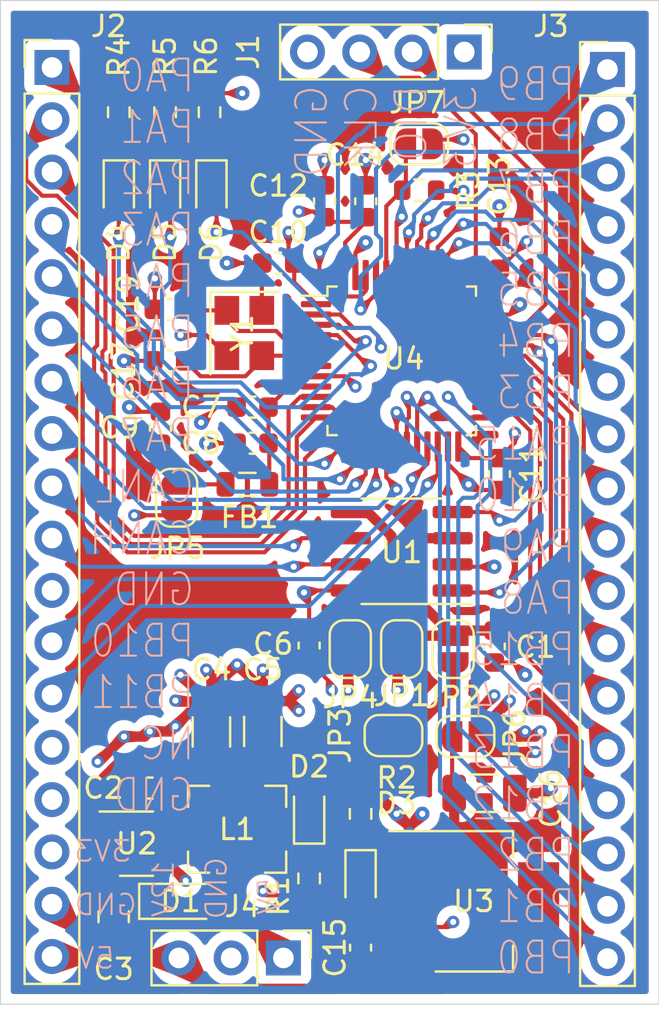
<source format=kicad_pcb>
(kicad_pcb (version 20221018) (generator pcbnew)
  (layers (0 "F.Cu" signal) (1 "In1.Cu" power "GND") (2 "In2.Cu" power "PWR") (31 "B.Cu" signal) (34 "B.Paste" user) (35 "F.Paste" user) (36 "B.SilkS" user "B.Silkscreen") (37 "F.SilkS" user "F.Silkscreen") (38 "B.Mask" user) (39 "F.Mask" user) (44 "Edge.Cuts" user))
  (net 0 "")
  (net 1 "GND")
  (net 2 "+3.3V")
  (net 3 "+3.3VA")
  (net 4 "/Vin_D")
  (net 5 "+5V")
  (net 6 "OSC_OUT")
  (net 7 "OSC_IN")
  (net 8 "/LED5v")
  (net 9 "+12V")
  (net 10 "/LED3v3")
  (net 11 "Net-(D5-K)")
  (net 12 "LED3")
  (net 13 "Net-(D6-K)")
  (net 14 "LED2")
  (net 15 "LED1")
  (net 16 "SWDIO")
  (net 17 "SWCLK")
  (net 18 "PA0")
  (net 19 "PA1")
  (net 20 "PA2")
  (net 21 "PA3")
  (net 22 "PA4")
  (net 23 "PA5")
  (net 24 "PA6")
  (net 25 "PA7")
  (net 26 "PB0")
  (net 27 "PB1")
  (net 28 "PB2")
  (net 29 "PB10")
  (net 30 "PB11")
  (net 31 "PB12")
  (net 32 "PB6")
  (net 33 "PB7")
  (net 34 "PB3")
  (net 35 "PB4")
  (net 36 "PB5")
  (net 37 "PA15")
  (net 38 "PA10")
  (net 39 "PA9")
  (net 40 "PA8")
  (net 41 "PB15")
  (net 42 "PB14")
  (net 43 "PB13")
  (net 44 "CANH")
  (net 45 "CANL")
  (net 46 "BOOT0")
  (net 47 "CAN_TX")
  (net 48 "CAN_RX")
  (net 49 "/bst")
  (net 50 "/sw_node")
  (net 51 "Net-(D2-A)")
  (net 52 "Net-(JP5-A)")
  (net 53 "Net-(D4-K)")
  (net 54 "Net-(JP4-B)")
  (net 57 "/3.3BC")
  (net 58 "PB9")
  (net 59 "PB8")
  (net 60 "Net-(#FLG01-pwr)")
  (footprint "Diode_SMD:D_0603_1608Metric" (layer "F.Cu") (at 95.25 32.75 -90)
    (fp_text reference "D4")
    (fp_text value "LED")
  )
  (footprint "Capacitor_SMD:C_1206_3216Metric" (layer "F.Cu") (at 113.025 62)
    (fp_text reference "C16")
    (fp_text value "22uF")
  )
  (footprint "Capacitor_SMD:C_0603_1608Metric" (layer "F.Cu") (at 113.75 46.5 -90)
    (fp_text reference "C11")
    (fp_text value "100nF")
  )
  (footprint "Capacitor_SMD:C_0603_1608Metric" (layer "F.Cu") (at 96.75 61.75)
    (fp_text reference "C2")
    (fp_text value "100nF")
  )
  (footprint "Jumper:SolderJumper-2_P1.3mm_Open_RoundedPad1.0x1.5mm" (layer "F.Cu") (at 108.6 59.2)
    (fp_text reference "JP3")
    (fp_text value "+5vS")
  )
  (footprint "Connector_PinHeader_2.54mm:PinHeader_1x18_P2.54mm_Vertical" (layer "F.Cu") (at 92 26.75)
    (fp_text reference "J2")
    (fp_text value "IO1")
  )
  (footprint "Capacitor_SMD:C_0603_1608Metric" (layer "F.Cu") (at 97.275 44.25 90)
    (fp_text reference "C9")
    (fp_text value "4.7uF")
  )
  (footprint "Jumper:SolderJumper-2_P1.3mm_Open_RoundedPad1.0x1.5mm" (layer "F.Cu") (at 106.5 55 90)
    (fp_text reference "JP4")
    (fp_text value "Enable if VIO")
  )
  (footprint "Capacitor_SMD:C_0805_2012Metric" (layer "F.Cu") (at 95 68 -90)
    (fp_text reference "C3")
    (fp_text value "10uF")
  )
  (footprint "Inductor_SMD:L_Bourns-SRN4018" (layer "F.Cu") (at 101 63.75)
    (fp_text reference "L1")
    (fp_text value "4.7u")
  )
  (footprint "Capacitor_SMD:C_0603_1608Metric" (layer "F.Cu") (at 105.25 33.25 90)
    (fp_text reference "C12")
    (fp_text value "4.7uF")
  )
  (footprint "Jumper:SolderJumper-2_P1.3mm_Open_RoundedPad1.0x1.5mm" (layer "F.Cu") (at 111.5 55 90)
    (fp_text reference "JP2")
    (fp_text value "5V")
  )
  (footprint "Resistor_SMD:R_0603_1608Metric" (layer "F.Cu") (at 109.85 32.7125)
    (fp_text reference "R3")
    (fp_text value "10k")
  )
  (footprint "Resistor_SMD:R_0603_1608Metric" (layer "F.Cu") (at 97.5 28.925 90)
    (fp_text reference "R5")
    (fp_text value "220")
  )
  (footprint "Capacitor_SMD:C_0603_1608Metric" (layer "F.Cu") (at 104.5 54.825 90)
    (fp_text reference "C6")
    (fp_text value "100nF")
  )
  (footprint "Connector_PinHeader_2.54mm:PinHeader_1x03_P2.54mm_Vertical" (layer "F.Cu") (at 103.25 70 -90)
    (fp_text reference "J4")
    (fp_text value "PWR")
  )
  (footprint "Jumper:SolderJumper-2_P1.3mm_Bridged_RoundedPad1.0x1.5mm" (layer "F.Cu") (at 109 55 90)
    (fp_text reference "JP1")
    (fp_text value "3.3V")
  )
  (footprint "Resistor_SMD:R_0603_1608Metric" (layer "F.Cu") (at 95.25 28.925 90)
    (fp_text reference "R4")
    (fp_text value "220")
  )
  (footprint "Jumper:SolderJumper-2_P1.3mm_Open_RoundedPad1.0x1.5mm" (layer "F.Cu") (at 109.85 30.4625)
    (fp_text reference "JP7")
    (fp_text value "BOOT")
  )
  (footprint "Diode_SMD:D_0603_1608Metric" (layer "F.Cu") (at 107 66.25 -90)
    (fp_text reference "D3")
    (fp_text value "LED")
  )
  (footprint "Capacitor_SMD:C_1206_3216Metric" (layer "F.Cu") (at 102.25 59 90)
    (fp_text reference "C5")
    (fp_text value "22uF")
  )
  (footprint "Package_TO_SOT_SMD:TSOT-23-6" (layer "F.Cu") (at 96.1125 64.45)
    (fp_text reference "U2")
    (fp_text value "AP63205WU")
  )
  (footprint "Diode_SMD:D_SOD-323_HandSoldering" (layer "F.Cu") (at 98.25 67.25)
    (fp_text reference "D1")
    (fp_text value "1N5819")
  )
  (footprint "Package_QFP:LQFP-48_7x7mm_P0.5mm" (layer "F.Cu") (at 109 41)
    (fp_text reference "U4")
    (fp_text value "STM32F103C8Tx")
  )
  (footprint "Inductor_SMD:L_0805_2012Metric" (layer "F.Cu") (at 101.5 47)
    (fp_text reference "FB1")
    (fp_text value "100R")
  )
  (footprint "Capacitor_SMD:C_0603_1608Metric" (layer "F.Cu") (at 101.75 43.25 180)
    (fp_text reference "C7")
    (fp_text value "100nF")
  )
  (footprint "Diode_SMD:D_0603_1608Metric" (layer "F.Cu") (at 104.5 62.9625 90)
    (fp_text reference "D2")
    (fp_text value "LED")
  )
  (footprint "Capacitor_SMD:C_0603_1608Metric" (layer "F.Cu") (at 113.75 35.75 90)
    (fp_text reference "C13")
    (fp_text value "100nF")
  )
  (footprint "Jumper:SolderJumper-2_P1.3mm_Open_RoundedPad1.0x1.5mm" (layer "F.Cu") (at 112.1 59.25)
    (fp_text reference "JP6")
    (fp_text value "+3.3vS")
  )
  (footprint "Resistor_SMD:R_0603_1608Metric" (layer "F.Cu") (at 99.66 28.925 90)
    (fp_text reference "R6")
    (fp_text value "220")
  )
  (footprint "Jumper:SolderJumper-2_P1.3mm_Open_RoundedPad1.0x1.5mm" (layer "F.Cu") (at 98.0625 47.65 -90)
    (fp_text reference "JP5")
    (fp_text value "+3.3A")
  )
  (footprint "Diode_SMD:D_0603_1608Metric" (layer "F.Cu") (at 97.5 32.75 -90)
    (fp_text reference "D5")
    (fp_text value "LED")
  )
  (footprint "Package_TO_SOT_SMD:SOT-223-3_TabPin2" (layer "F.Cu") (at 112.5 67.25)
    (fp_text reference "U3")
    (fp_text value "AMS1117-3.3")
  )
  (footprint "Capacitor_SMD:C_0603_1608Metric" (layer "F.Cu") (at 113.5 54.875 -90)
    (fp_text reference "C1")
    (fp_text value "100nF")
  )
  (footprint "Capacitor_SMD:C_1206_3216Metric" (layer "F.Cu") (at 99.75 59.025 90)
    (fp_text reference "C4")
    (fp_text value "22uF")
  )
  (footprint "Capacitor_SMD:C_0603_1608Metric" (layer "F.Cu") (at 107 69.5 90)
    (fp_text reference "C15")
    (fp_text value "10uF")
  )
  (footprint "Capacitor_SMD:C_0603_1608Metric" (layer "F.Cu") (at 97.7 41 180)
    (fp_text reference "C17")
    (fp_text value "10pF")
  )
  (footprint "Resistor_SMD:R_0603_1608Metric" (layer "F.Cu") (at 104.5 66.1375 90)
    (fp_text reference "R1")
    (fp_text value "220")
  )
  (footprint "Package_SO:SOIC-8_3.9x4.9mm_P1.27mm" (layer "F.Cu") (at 109 50.25 180)
    (fp_text reference "U1")
    (fp_text value "SN65HVD230")
  )
  (footprint "Capacitor_SMD:C_0603_1608Metric" (layer "F.Cu") (at 101.75 45 180)
    (fp_text reference "C8")
    (fp_text value "4.7uF")
  )
  (footprint "Connector_PinHeader_2.54mm:PinHeader_1x18_P2.54mm_Vertical" (layer "F.Cu") (at 119 26.85)
    (fp_text reference "J3")
    (fp_text value "I02")
  )
  (footprint "Capacitor_SMD:C_0603_1608Metric" (layer "F.Cu") (at 97.725 38.5 180)
    (fp_text reference "C19")
    (fp_text value "10pF")
  )
  (footprint "Resistor_SMD:R_0603_1608Metric" (layer "F.Cu") (at 107 63 90)
    (fp_text reference "R2")
    (fp_text value "220")
  )
  (footprint "Capacitor_SMD:C_0603_1608Metric" (layer "F.Cu") (at 103 36.25 180)
    (fp_text reference "C10")
    (fp_text value "100nF")
  )
  (footprint "Diode_SMD:D_0603_1608Metric" (layer "F.Cu") (at 99.75 32.75 -90)
    (fp_text reference "D6")
    (fp_text value "LED")
  )
  (footprint "Crystal:Crystal_SMD_3225-4Pin_3.2x2.5mm" (layer "F.Cu") (at 101.35 39.65 -90)
    (fp_text reference "Y1")
    (fp_text value "16MHz")
  )
  (footprint "Capacitor_SMD:C_0603_1608Metric" (layer "F.Cu") (at 107.25 33.25 90)
    (fp_text reference "C14")
    (fp_text value "100nF")
  )
  (footprint "Connector_PinHeader_2.54mm:PinHeader_1x04_P2.54mm_Vertical" (layer "F.Cu") (at 112.04 26 -90)
    (fp_text reference "J1")
    (fp_text value "SWD")
  )
  (gr_rect (start 89.5 23.5) (end 121.5 72.25) (stroke (width 0.05)) (fill none) (layer "Edge.Cuts"))
  (gr_text "5V" (at 95.1 70.6) (layer "B.SilkS") (effects (font (size 1 1) (thickness 0.1)) (justify left bottom mirror)))
  (gr_text "GND\n" (at 100.584 65.024 90) (layer "B.SilkS") (effects (font (size 1 1) (thickness 0.1)) (justify left bottom mirror)))
  (gr_text "3V3" (at 95.9 65.4) (layer "B.SilkS") (effects (font (size 1 1) (thickness 0.1)) (justify left bottom mirror)))
  (gr_text "GND\n" (at 96.2 68) (layer "B.SilkS") (effects (font (size 1 1) (thickness 0.1)) (justify left bottom mirror)))
  (gr_text "PB9\nPB8\nPB7\nPB6\nPB5\nPB4\nPB3\nPA15\nPA10\nPA9\nPA8\nPB15\nPB14\nPB13\nPB12\nPB2\nPB1\nPB0" (at 117.5 70.9) (layer "B.SilkS") (effects (font (size 1.55 1.3) (thickness 0.1)) (justify left bottom mirror)))
  (gr_text "GND\nCLK\nDIO\n3V3" (at 112.75 27.5 90) (layer "B.SilkS") (effects (font (size 1.5 1.5) (thickness 0.1)) (justify left bottom mirror)))
  (gr_text "5V" (at 103.124 66.04 90) (layer "B.SilkS") (effects (font (size 1 1) (thickness 0.1)) (justify left bottom mirror)))
  (gr_text "PA0\nPA1\nPA2\nPA3\nPA4\nPA5\nPA6\nPA7\nCANL\nCANH\nGND\nPB10\nPB11\nNC\nGND\n" (at 99 63) (layer "B.SilkS") (effects (font (size 1.55 1.3) (thickness 0.1)) (justify left bottom mirror)))
  (gr_text "12V" (at 98 65.2 90) (layer "B.SilkS") (effects (font (size 1 1) (thickness 0.1)) (justify left bottom mirror)))
  (segment (start 95 68.95) (end 93.56 68.95) (width 0.5) (layer "F.Cu") (net 1))
  (segment (start 106.25 41.75) (end 104.8375 41.75) (width 0.2) (layer "F.Cu") (net 1))
  (segment (start 114.4 55.65) (end 113.5 55.65) (width 0.2) (layer "F.Cu") (net 1))
  (segment (start 102.25 57) (end 101 55.75) (width 0.5) (layer "F.Cu") (net 1))
  (segment (start 101.25 28) (end 99.76 28) (width 0.2) (layer "F.Cu") (net 1))
  (segment (start 102.225 36.25) (end 102.2 36.275) (width 0.2) (layer "F.Cu") (net 1))
  (segment (start 111.25 46) (end 112.25 47) (width 0.2) (layer "F.Cu") (net 1))
  (segment (start 99.5 39.75) (end 100.5 40.75) (width 0.2) (layer "F.Cu") (net 1))
  (segment (start 114.25 38.75) (end 113.1625 38.75) (width 0.2) (layer "F.Cu") (net 1))
  (segment (start 97.65 65.4) (end 98.5 66.25) (width 0.5) (layer "F.Cu") (net 1))
  (segment (start 114.75 38.25) (end 114.25 38.75) (width 0.2) (layer "F.Cu") (net 1))
  (segment (start 100 43.25) (end 100.975 43.25) (width 0.2) (layer "F.Cu") (net 1))
  (segment (start 104.345 52.155) (end 104.25 52.25) (width 0.2) (layer "F.Cu") (net 1))
  (segment (start 104.5 54.05) (end 104.5 52.5) (width 0.2) (layer "F.Cu") (net 1))
  (segment (start 106.525 52.155) (end 104.345 52.155) (width 0.2) (layer "F.Cu") (net 1))
  (segment (start 99.25 44) (end 100 43.25) (width 0.2) (layer "F.Cu") (net 1))
  (segment (start 107.25 35.25) (end 106.75 35.75) (width 0.2) (layer "F.Cu") (net 1))
  (segment (start 106.75 42.25) (end 106.25 41.75) (width 0.2) (layer "F.Cu") (net 1))
  (segment (start 96.75 59) (end 97.75 59) (width 0.5) (layer "F.Cu") (net 1))
  (segment (start 113.75 34.975) (end 113.75 33.5) (width 0.2) (layer "F.Cu") (net 1))
  (segment (start 99.76 28) (end 99.66 28.1) (width 0.2) (layer "F.Cu") (net 1))
  (segment (start 104.5 66.9625) (end 102.4625 66.9625) (width 0.2) (layer "F.Cu") (net 1))
  (segment (start 94.220023 60.470023) (end 94.279977 60.470023) (width 0.5) (layer "F.Cu") (net 1))
  (segment (start 99.75 57.55) (end 99.2 57.55) (width 0.5) (layer "F.Cu") (net 1))
  (segment (start 100.975 45) (end 99.5 45) (width 0.2) (layer "F.Cu") (net 1))
  (segment (start 110 63) (end 109.35 63.65) (width 0.5) (layer "F.Cu") (net 1))
  (segment (start 94.279977 60.470023) (end 95.5 59.25) (width 0.5) (layer "F.Cu") (net 1))
  (segment (start 98.25 39.75) (end 99.5 39.75) (width 0.2) (layer "F.Cu") (net 1))
  (segment (start 99.75 57) (end 101 55.75) (width 0.5) (layer "F.Cu") (net 1))
  (segment (start 98.05 57.55) (end 98 57.5) (width 0.5) (layer "F.Cu") (net 1))
  (segment (start 102.25 57.525) (end 102.25 57) (width 0.5) (layer "F.Cu") (net 1))
  (segment (start 104.5 52.5) (end 104.25 52.25) (width 0.2) (layer "F.Cu") (net 1))
  (segment (start 97.275 43.475) (end 95.975 43.475) (width 0.2) (layer "F.Cu") (net 1))
  (segment (start 102.25 57.525) (end 103.525 57.525) (width 0.5) (layer "F.Cu") (net 1))
  (segment (start 100.5 36.25) (end 102.225 36.25) (width 0.2) (layer "F.Cu") (net 1))
  (segment (start 107.25 32.7) (end 107.25 31.25) (width 0.2) (layer "F.Cu") (net 1))
  (segment (start 103.525 57.525) (end 104 58) (width 0.5) (layer "F.Cu") (net 1))
  (segment (start 107.225 68.5) (end 107 68.725) (width 0.2) (layer "F.Cu") (net 1))
  (segment (start 99.75 57.55) (end 99.75 57) (width 0.5) (layer "F.Cu") (net 1))
  (segment (start 95.975 43.475) (end 95.75 43.25) (width 0.2) (layer "F.Cu") (net 1))
  (segment (start 99.75 57.55) (end 99.75 56.25) (width 0.5) (layer "F.Cu") (net 1))
  (segment (start 111.59 51) (end 111.475 50.885) (width 0.2) (layer "F.Cu") (net 1))
  (segment (start 105.25 32.725) (end 105.25 31.25) (width 0.2) (layer "F.Cu") (net 1))
  (segment (start 93.56 68.95) (end 92 67.39) (width 0.5) (layer "F.Cu") (net 1))
  (segment (start 99.55 57.55) (end 98.25 56.25) (width 0.5) (layer "F.Cu") (net 1))
  (segment (start 107.925 62.175) (end 108.75 63) (width 0.5) (layer "F.Cu") (net 1))
  (segment (start 102.4625 66.9625) (end 102.25 66.75) (width 0.2) (layer "F.Cu") (net 1))
  (segment (start 113.5 51) (end 111.59 51) (width 0.2) (layer "F.Cu") (net 1))
  (segment (start 110.7125 32.75) (end 110.675 32.7125) (width 0.2) (layer "F.Cu") (net 1))
  (segment (start 99.66 28.1) (end 97.5 28.1) (width 0.2) (layer "F.Cu") (net 1))
  (segment (start 99.75 56.25) (end 99.5 56) (width 0.5) (layer "F.Cu") (net 1))
  (segment (start 97.25 65.4) (end 97.65 65.4) (width 0.5) (layer "F.Cu") (net 1))
  (segment (start 97 37) (end 97 38.45) (width 0.2) (layer "F.Cu") (net 1))
  (segment (start 111.5 68.25) (end 111.25 68.5) (width 0.2) (layer "F.Cu") (net 1))
  (segment (start 103.475 57.525) (end 104 57) (width 0.5) (layer "F.Cu") (net 1))
  (segment (start 114.5 62) (end 116 62) (width 0.5) (layer "F.Cu") (net 1))
  (segment (start 115 56.25) (end 114.4 55.65) (width 0.2) (layer "F.Cu") (net 1))
  (segment (start 109.35 63.6) (end 109.35 64.95) (width 0.5) (layer "F.Cu") (net 1))
  (segment (start 99.75 57.55) (end 99.55 57.55) (width 0.5) (layer "F.Cu") (net 1))
  (segment (start 111.25 45.1625) (end 111.25 46) (width 0.2) (layer "F.Cu") (net 1))
  (segment (start 99.2 57.55) (end 98 58.75) (width 0.5) (layer "F.Cu") (net 1))
  (segment (start 112.525 47.275) (end 112.25 47) (width 0.2) (layer "F.Cu") (net 1))
  (segment (start 96.5 59.25) (end 96.75 59) (width 0.5) (layer "F.Cu") (net 1))
  (segment (start 102.25 57.525) (end 102.25 56) (width 0.5) (layer "F.Cu") (net 1))
  (segment (start 97.75 59) (end 98 58.75) (width 0.5) (layer "F.Cu") (net 1))
  (segment (start 95.5 59.25) (end 96.5 59.25) (width 0.5) (layer "F.Cu") (net 1))
  (segment (start 106.75 35.75) (end 106.75 36.8375) (width 0.2) (layer "F.Cu") (net 1))
  (segment (start 116 62) (end 116.25 61.75) (width 0.5) (layer "F.Cu") (net 1))
  (segment (start 108.75 63) (end 109.35 63.6) (width 0.5) (layer "F.Cu") (net 1))
  (segment (start 97 38.45) (end 96.95 38.5) (width 0.2) (layer "F.Cu") (net 1))
  (segment (start 113.75 47.275) (end 112.525 47.275) (width 0.2) (layer "F.Cu") (net 1))
  (segment (start 102.2 36.275) (end 102.2 38.55) (width 0.2) (layer "F.Cu") (net 1))
  (segment (start 97.5 28.1) (end 95.25 28.1) (width 0.2) (layer "F.Cu") (net 1))
  (segment (start 112 32.75) (end 110.7125 32.75) (width 0.2) (layer "F.Cu") (net 1))
  (segment (start 109.35 63.65) (end 109.35 64.95) (width 0.5) (layer "F.Cu") (net 1))
  (segment (start 107 62.175) (end 107.925 62.175) (width 0.5) (layer "F.Cu") (net 1))
  (segment (start 111.25 68.5) (end 107.225 68.5) (width 0.2) (layer "F.Cu") (net 1))
  (segment (start 96.925 41) (end 95.5 41) (width 0.2) (layer "F.Cu") (net 1))
  (segment (start 99.75 57.55) (end 98.05 57.55) (width 0.5) (layer "F.Cu") (net 1))
  (segment (start 102.25 57.525) (end 103.475 57.525) (width 0.5) (layer "F.Cu") (net 1))
  (via (at 94.220023 60.470023) (size 0.6) (drill 0.3) (layers "F.Cu" "B.Cu") (net 1))
  (via (at 107.25 31.25) (size 0.7) (drill 0.3) (layers "F.Cu" "B.Cu") (net 1))
  (via (at 100.5 36.25) (size 0.7) (drill 0.3) (layers "F.Cu" "B.Cu") (net 1))
  (via (at 104 58) (size 0.6) (drill 0.3) (layers "F.Cu" "B.Cu") (net 1))
  (via (at 104.25 52.25) (size 0.7) (drill 0.3) (layers "F.Cu" "B.Cu") (net 1))
  (via (at 110 63) (size 0.7) (drill 0.3) (layers "F.Cu" "B.Cu") (net 1))
  (via (at 95.75 43.25) (size 0.7) (drill 0.3) (layers "F.Cu" "B.Cu") (net 1))
  (via (at 112.25 47) (size 0.7) (drill 0.3) (layers "F.Cu" "B.Cu") (net 1))
  (via (at 96.75 59) (size 0.6) (drill 0.3) (layers "F.Cu" "B.Cu") (net 1))
  (via (at 105.25 31.25) (size 0.7) (drill 0.3) (layers "F.Cu" "B.Cu") (net 1))
  (via (at 98 57.5) (size 0.6) (drill 0.3) (layers "F.Cu" "B.Cu") (net 1))
  (via (at 101.25 28) (size 0.7) (drill 0.3) (layers "F.Cu" "B.Cu") (net 1))
  (via (at 95.5 59.25) (size 0.6) (drill 0.3) (layers "F.Cu" "B.Cu") (net 1))
  (via (at 98.5 66.25) (size 0.6) (drill 0.3) (layers "F.Cu" "B.Cu") (net 1))
  (via (at 104 57) (size 0.6) (drill 0.3) (layers "F.Cu" "B.Cu") (net 1))
  (via (at 98.25 39.75) (size 0.6) (drill 0.3) (layers "F.Cu" "B.Cu") (net 1))
  (via (at 107.25 35.25) (size 0.7) (drill 0.3) (layers "F.Cu" "B.Cu") (net 1))
  (via (at 108.75 63) (size 0.7) (drill 0.3) (layers "F.Cu" "B.Cu") (net 1))
  (via (at 101 55.75) (size 0.6) (drill 0.3) (layers "F.Cu" "B.Cu") (net 1))
  (via (at 115 56.25) (size 0.7) (drill 0.3) (layers "F.Cu" "B.Cu") (net 1))
  (via (at 99.25 44) (size 0.7) (drill 0.3) (layers "F.Cu" "B.Cu") (net 1))
  (via (at 113.75 33.5) (size 0.7) (drill 0.3) (layers "F.Cu" "B.Cu") (net 1))
  (via (at 113.5 51) (size 0.7) (drill 0.3) (layers "F.Cu" "B.Cu") (net 1))
  (via (at 99.5 45) (size 0.7) (drill 0.3) (layers "F.Cu" "B.Cu") (net 1))
  (via (at 95.5 41) (size 0.7) (drill 0.3) (layers "F.Cu" "B.Cu") (net 1))
  (via (at 111.5 68.25) (size 0.6) (drill 0.3) (layers "F.Cu" "B.Cu") (net 1))
  (via (at 102.25 66.75) (size 0.6) (drill 0.3) (layers "F.Cu" "B.Cu") (net 1))
  (via (at 97 37) (size 0.7) (drill 0.3) (layers "F.Cu" "B.Cu") (net 1))
  (via (at 98.25 56.25) (size 0.6) (drill 0.3) (layers "F.Cu" "B.Cu") (net 1))
  (via (at 98 58.75) (size 0.6) (drill 0.3) (layers "F.Cu" "B.Cu") (net 1))
  (via (at 106.75 42.25) (size 0.6) (drill 0.3) (layers "F.Cu" "B.Cu") (net 1))
  (via (at 99.5 56) (size 0.6) (drill 0.3) (layers "F.Cu" "B.Cu") (net 1))
  (via (at 112 32.75) (size 0.6) (drill 0.3) (layers "F.Cu" "B.Cu") (net 1))
  (via (at 114.75 38.25) (size 0.7) (drill 0.3) (layers "F.Cu" "B.Cu") (net 1))
  (via (at 102.25 56) (size 0.6) (drill 0.3) (layers "F.Cu" "B.Cu") (net 1))
  (via (at 116.25 61.75) (size 0.7) (drill 0.3) (layers "F.Cu" "B.Cu") (net 1))
  (segment (start 106.25 35.25) (end 106.25 36.8375) (width 0.2) (layer "F.Cu") (net 2))
  (segment (start 105.6 56.7) (end 104.5 55.6) (width 0.2) (layer "F.Cu") (net 2))
  (segment (start 108.8 55.85) (end 109 55.65) (width 0.5) (layer "F.Cu") (net 2))
  (segment (start 113.75 36.525) (end 113.75 37.6625) (width 0.2) (layer "F.Cu") (net 2))
  (segment (start 115.5 59.25) (end 115.75 59) (width 0.5) (layer "F.Cu") (net 2))
  (segment (start 114.5 44.5) (end 114.5 44.975) (width 0.2) (layer "F.Cu") (net 2))
  (segment (start 112.75 59) (end 114.25 57.5) (width 0.5) (layer "F.Cu") (net 2))
  (segment (start 115.073911 35.201089) (end 113.75 36.525) (width 0.2) (layer "F.Cu") (net 2))
  (segment (start 105.275 34.25) (end 107.25 34.25) (width 0.2) (layer "F.Cu") (net 2))
  (segment (start 112.75 58) (end 113.5 57.25) (width 0.5) (layer "F.Cu") (net 2))
  (segment (start 96 48.5) (end 97.8625 48.5) (width 0.2) (layer "F.Cu") (net 2))
  (segment (start 107.25 34.25) (end 106.25 35.25) (width 0.2) (layer "F.Cu") (net 2))
  (segment (start 103.5 35.975) (end 103.775 36.25) (width 0.2) (layer "F.Cu") (net 2))
  (segment (start 97.8625 48.5) (end 98.0625 48.3) (width 0.2) (layer "F.Cu") (net 2))
  (segment (start 103.775 36.25) (end 103.775 37.1875) (width 0.2) (layer "F.Cu") (net 2))
  (segment (start 112.75 59.25) (end 115.5 59.25) (width 0.5) (layer "F.Cu") (net 2))
  (segment (start 110.7125 30.25) (end 110.5 30.4625) (width 0.2) (layer "F.Cu") (net 2))
  (segment (start 104.725 33.75) (end 105.25 34.275) (width 0.2) (layer "F.Cu") (net 2))
  (segment (start 106.4 57) (end 106.4 55.75) (width 0.5) (layer "F.Cu") (net 2))
  (segment (start 113.5 60) (end 115.5 60) (width 0.5) (layer "F.Cu") (net 2))
  (segment (start 103.775 37.1875) (end 104.8375 38.25) (width 0.2) (layer "F.Cu") (net 2))
  (segment (start 105.6 57) (end 105.6 56.7) (width 0.2) (layer "F.Cu") (net 2))
  (segment (start 112.75 59.25) (end 113.5 60) (width 0.5) (layer "F.Cu") (net 2))
  (segment (start 106.4 55.75) (end 106.5 55.65) (width 0.5) (layer "F.Cu") (net 2))
  (segment (start 112 30.25) (end 110.7125 30.25) (width 0.2) (layer "F.Cu") (net 2))
  (segment (start 112.75 59.25) (end 114.75 59.25) (width 0.5) (layer "F.Cu") (net 2))
  (segment (start 104 33.75) (end 104.725 33.75) (width 0.2) (layer "F.Cu") (net 2))
  (segment (start 113.75 45.725) (end 112.3125 45.725) (width 0.2) (layer "F.Cu") (net 2))
  (segment (start 114.5 44.975) (end 113.75 45.725) (width 0.2) (layer "F.Cu") (net 2))
  (segment (start 112.75 59.25) (end 112.75 58) (width 0.5) (layer "F.Cu") (net 2))
  (segment (start 108.8 57) (end 108.8 55.85) (width 0.5) (layer "F.Cu") (net 2))
  (segment (start 112.3125 45.725) (end 111.75 45.1625) (width 0.2) (layer "F.Cu") (net 2))
  (segment (start 112.75 59.25) (end 112.75 59) (width 0.5) (layer "F.Cu") (net 2))
  (segment (start 105.25 34.275) (end 105.275 34.25) (width 0.2) (layer "F.Cu") (net 2))
  (segment (start 114.75 59.25) (end 115 59) (width 0.5) (layer "F.Cu") (net 2))
  (segment (start 113.75 37.6625) (end 113.1625 38.25) (width 0.2) (layer "F.Cu") (net 2))
  (segment (start 103.5 34.75) (end 103.5 35.975) (width 0.2) (layer "F.Cu") (net 2))
  (via (at 112 30.25) (size 0.6) (drill 0.3) (layers "F.Cu" "B.Cu") (net 2))
  (via (at 115.75 59) (size 0.6) (drill 0.3) (layers "F.Cu" "B.Cu") (net 2))
  (via (at 115.073911 35.201089) (size 0.6) (drill 0.3) (layers "F.Cu" "B.Cu") (net 2))
  (via (at 104 33.75) (size 0.6) (drill 0.3) (layers "F.Cu" "B.Cu") (net 2))
  (via (at 115.5 60) (size 0.6) (drill 0.3) (layers "F.Cu" "B.Cu") (net 2))
  (via (at 114.25 57.5) (size 0.6) (drill 0.3) (layers "F.Cu" "B.Cu") (net 2))
  (via (at 113.5 57.25) (size 0.6) (drill 0.3) (layers "F.Cu" "B.Cu") (net 2))
  (via (at 103.5 34.75) (size 0.6) (drill 0.3) (layers "F.Cu" "B.Cu") (net 2))
  (via (at 114.5 44.5) (size 0.6) (drill 0.3) (layers "F.Cu" "B.Cu") (net 2))
  (via (at 115 59) (size 0.6) (drill 0.3) (layers "F.Cu" "B.Cu") (net 2))
  (via (at 105.6 57) (size 0.6) (drill 0.3) (layers "F.Cu" "B.Cu") (net 2))
  (via (at 108.8 57) (size 0.6) (drill 0.3) (layers "F.Cu" "B.Cu") (net 2))
  (via (at 106.4 57) (size 0.6) (drill 0.3) (layers "F.Cu" "B.Cu") (net 2))
  (via (at 96 48.5) (size 0.6) (drill 0.3) (layers "F.Cu" "B.Cu") (net 2))
  (segment (start 103.525 42.25) (end 104.8375 42.25) (width 0.2) (layer "F.Cu") (net 3))
  (segment (start 102.5625 47) (end 102.5625 45.0375) (width 0.2) (layer "F.Cu") (net 3))
  (segment (start 102.5625 45.0375) (end 102.525 45) (width 0.2) (layer "F.Cu") (net 3))
  (segment (start 102.525 45) (end 102.525 43.25) (width 0.2) (layer "F.Cu") (net 3))
  (segment (start 102.525 43.25) (end 103.525 42.25) (width 0.2) (layer "F.Cu") (net 3))
  (segment (start 94.975 64.45) (end 94.975 65.4) (width 0.5) (layer "F.Cu") (net 4))
  (segment (start 95 65.425) (end 94.975 65.4) (width 0.5) (layer "F.Cu") (net 4))
  (segment (start 95.2 67.25) (end 95 67.05) (width 0.5) (layer "F.Cu") (net 4))
  (segment (start 95 67.05) (end 95 65.425) (width 0.5) (layer "F.Cu") (net 4))
  (segment (start 97 67.25) (end 95.2 67.25) (width 0.5) (layer "F.Cu") (net 4))
  (segment (start 106.35 60.4) (end 108.636396 60.4) (width 0.5) (layer "F.Cu") (net 5))
  (segment (start 105.75 61) (end 106.35 60.4) (width 0.5) (layer "F.Cu") (net 5))
  (segment (start 92.07 70) (end 92 69.93) (width 0.5) (layer "F.Cu") (net 5))
  (segment (start 108.636396 60.4) (end 109.25 59.786396) (width 0.5) (layer "F.Cu") (net 5))
  (segment (start 107 70.275) (end 107.725 69.55) (width 0.5) (layer "F.Cu") (net 5))
  (segment (start 99.67 71.5) (end 105.775 71.5) (width 0.5) (layer "F.Cu") (net 5))
  (segment (start 107 70.275) (end 105.75 69.025) (width 0.5) (layer "F.Cu") (net 5))
  (segment (start 111.5 55.65) (end 111.5 56.95) (width 0.5) (layer "F.Cu") (net 5))
  (segment (start 98.17 70) (end 92.07 70) (width 0.5) (layer "F.Cu") (net 5))
  (segment (start 107.725 69.55) (end 109.35 69.55) (width 0.5) (layer "F.Cu") (net 5))
  (segment (start 111.5 56.95) (end 109.25 59.2) (width 0.5) (layer "F.Cu") (net 5))
  (segment (start 109.25 59.786396) (end 109.25 59.2) (width 0.5) (layer "F.Cu") (net 5))
  (segment (start 98.17 70) (end 99.67 71.5) (width 0.5) (layer "F.Cu") (net 5))
  (segment (start 105.775 71.5) (end 107 70.275) (width 0.5) (layer "F.Cu") (net 5))
  (segment (start 105.75 69.025) (end 105.75 61) (width 0.5) (layer "F.Cu") (net 5))
  (segment (start 104.8375 40.75) (end 102.2 40.75) (width 0.2) (layer "F.Cu") (net 6))
  (segment (start 102.2 40.75) (end 102.2 40.95) (width 0.2) (layer "F.Cu") (net 6))
  (segment (start 99.225 41.75) (end 98.475 41) (width 0.2) (layer "F.Cu") (net 6))
  (segment (start 102.2 40.95) (end 101.4 41.75) (width 0.2) (layer "F.Cu") (net 6))
  (segment (start 101.4 41.75) (end 99.225 41.75) (width 0.2) (layer "F.Cu") (net 6))
  (segment (start 100.5 39) (end 100.5 38.55) (width 0.2) (layer "F.Cu") (net 7))
  (segment (start 100.5 38.55) (end 98.55 38.55) (width 0.2) (layer "F.Cu") (net 7))
  (segment (start 104.8375 40.25) (end 103.6 40.25) (width 0.2) (layer "F.Cu") (net 7))
  (segment (start 103.6 40.25) (end 102.9 39.55) (width 0.2) (layer "F.Cu") (net 7))
  (segment (start 101.05 39.55) (end 100.5 39) (width 0.2) (layer "F.Cu") (net 7))
  (segment (start 98.55 38.55) (end 98.5 38.5) (width 0.2) (layer "F.Cu") (net 7))
  (segment (start 102.9 39.55) (end 101.05 39.55) (width 0.2) (layer "F.Cu") (net 7))
  (segment (start 104.5 63.75) (end 104.5 65.3125) (width 0.2) (layer "F.Cu") (net 8))
  (segment (start 100.5 67.25) (end 103.25 70) (width 0.5) (layer "F.Cu") (net 9))
  (segment (start 99.5 67.25) (end 100.5 67.25) (width 0.5) (layer "F.Cu") (net 9))
  (segment (start 107 65.4625) (end 107 63.825) (width 0.2) (layer "F.Cu") (net 10))
  (segment (start 97.5 29.75) (end 97.5 31.9625) (width 0.2) (layer "F.Cu") (net 11))
  (segment (start 107.368628 41.25) (end 105.868628 39.75) (width 0.2) (layer "F.Cu") (net 12))
  (segment (start 107.5 41.25) (end 107.368628 41.25) (width 0.2) (layer "F.Cu") (net 12))
  (segment (start 95.25 35) (end 95.25 33.5375) (width 0.2) (layer "F.Cu") (net 12))
  (segment (start 105.868628 39.75) (end 104.8375 39.75) (width 0.2) (layer "F.Cu") (net 12))
  (via (at 107.5 41.25) (size 0.6) (drill 0.3) (layers "F.Cu" "B.Cu") (net 12))
  (via (at 95.25 35) (size 0.6) (drill 0.3) (layers "F.Cu" "B.Cu") (net 12))
  (segment (start 98.265686 42.45) (end 96.95 41.134314) (width 0.2) (layer "B.Cu") (net 12))
  (segment (start 106.998529 41.65) (end 106.501471 41.65) (width 0.2) (layer "B.Cu") (net 12))
  (segment (start 103.407843 44.842157) (end 101.015685 42.45) (width 0.2) (layer "B.Cu") (net 12))
  (segment (start 106.15 42.001471) (end 106.15 42.1) (width 0.2) (layer "B.Cu") (net 12))
  (segment (start 101.015685 42.45) (end 98.265686 42.45) (width 0.2) (layer "B.Cu") (net 12))
  (segment (start 106.15 42.1) (end 103.407843 44.842157) (width 0.2) (layer "B.Cu") (net 12))
  (segment (start 107.049264 41.700736) (end 106.998529 41.65) (width 0.2) (layer "B.Cu") (net 12))
  (segment (start 95.25 37.967968) (end 95.25 35) (width 0.2) (layer "B.Cu") (net 12))
  (segment (start 106.501471 41.65) (end 106.15 42.001471) (width 0.2) (layer "B.Cu") (net 12))
  (segment (start 107.5 41.25) (end 107.049264 41.700736) (width 0.2) (layer "B.Cu") (net 12))
  (segment (start 96.95 41.134314) (end 96.95 39.667968) (width 0.2) (layer "B.Cu") (net 12))
  (segment (start 96.95 39.667968) (end 95.25 37.967968) (width 0.2) (layer "B.Cu") (net 12))
  (segment (start 99.66 31.8725) (end 99.75 31.9625) (width 0.2) (layer "F.Cu") (net 13))
  (segment (start 99.66 29.75) (end 99.66 31.8725) (width 0.2) (layer "F.Cu") (net 13))
  (segment (start 105.934314 39.25) (end 104.8375 39.25) (width 0.2) (layer "F.Cu") (net 14))
  (segment (start 106.733817 40.049503) (end 105.934314 39.25) (width 0.2) (layer "F.Cu") (net 14))
  (segment (start 97.75 35) (end 97.75 33.7875) (width 0.2) (layer "F.Cu") (net 14))
  (segment (start 107.25 40.049503) (end 106.733817 40.049503) (width 0.2) (layer "F.Cu") (net 14))
  (segment (start 97.75 33.7875) (end 97.5 33.5375) (width 0.2) (layer "F.Cu") (net 14))
  (via (at 97.75 35) (size 0.6) (drill 0.3) (layers "F.Cu" "B.Cu") (net 14))
  (via (at 107.25 40.049503) (size 0.6) (drill 0.3) (layers "F.Cu" "B.Cu") (net 14))
  (segment (start 97.75 37.169239) (end 97.75 35) (width 0.2) (layer "B.Cu") (net 14))
  (segment (start 107.25 40.049503) (end 104.049503 43.25) (width 0.2) (layer "B.Cu") (net 14))
  (segment (start 102.381371 43.25) (end 101.18137 42.05) (width 0.2) (layer "B.Cu") (net 14))
  (segment (start 97.35 40.968628) (end 97.35 37.569239) (width 0.2) (layer "B.Cu") (net 14))
  (segment (start 97.35 37.569239) (end 97.75 37.169239) (width 0.2) (layer "B.Cu") (net 14))
  (segment (start 98.431372 42.05) (end 97.35 40.968628) (width 0.2) (layer "B.Cu") (net 14))
  (segment (start 104.049503 43.25) (end 102.381371 43.25) (width 0.2) (layer "B.Cu") (net 14))
  (segment (start 101.18137 42.05) (end 98.431372 42.05) (width 0.2) (layer "B.Cu") (net 14))
  (segment (start 106.65 39.4) (end 106 38.75) (width 0.2) (layer "F.Cu") (net 15))
  (segment (start 107.992064 40.347067) (end 107.85 40.205003) (width 0.2) (layer "F.Cu") (net 15))
  (segment (start 100 33.7875) (end 99.75 33.5375) (width 0.2) (layer "F.Cu") (net 15))
  (segment (start 107.85 39.800974) (end 107.449026 39.4) (width 0.2) (layer "F.Cu") (net 15))
  (segment (start 100 34.75) (end 100 33.7875) (width 0.2) (layer "F.Cu") (net 15))
  (segment (start 107.449026 39.4) (end 106.65 39.4) (width 0.2) (layer "F.Cu") (net 15))
  (segment (start 106 38.75) (end 104.8375 38.75) (width 0.2) (layer "F.Cu") (net 15))
  (segment (start 107.85 40.205003) (end 107.85 39.800974) (width 0.2) (layer "F.Cu") (net 15))
  (via (at 100 34.75) (size 0.6) (drill 0.3) (layers "F.Cu" "B.Cu") (net 15))
  (via (at 107.992064 40.347067) (size 0.6) (drill 0.3) (layers "F.Cu" "B.Cu") (net 15))
  (segment (start 107.992064 40.347067) (end 107.85 40.205003) (width 0.2) (layer "B.Cu") (net 15))
  (segment (start 107.85 40.205003) (end 107.85 39.800974) (width 0.2) (layer "B.Cu") (net 15))
  (segment (start 107.85 39.800974) (end 107.449026 39.4) (width 0.2) (layer "B.Cu") (net 15))
  (segment (start 107.449026 39.4) (end 105.9 39.4) (width 0.2) (layer "B.Cu") (net 15))
  (segment (start 105.9 39.4) (end 101.25 34.75) (width 0.2) (layer "B.Cu") (net 15))
  (segment (start 101.25 34.75) (end 100 34.75) (width 0.2) (layer "B.Cu") (net 15))
  (segment (start 116 32.5) (end 116 38.25) (width 0.2) (layer "F.Cu") (net 16))
  (segment (start 115 39.25) (end 113.1625 39.25) (width 0.2) (layer "F.Cu") (net 16))
  (segment (start 116 38.25) (end 115 39.25) (width 0.2) (layer "F.Cu") (net 16))
  (segment (start 109.5 26) (end 116 32.5) (width 0.2) (layer "F.Cu") (net 16))
  (segment (start 112.6 35.9875) (end 112.6 30.001471) (width 0.2) (layer "F.Cu") (net 17))
  (segment (start 108.21 27.25) (end 106.96 26) (width 0.2) (layer "F.Cu") (net 17))
  (segment (start 112.6 30.001471) (end 109.848529 27.25) (width 0.2) (layer "F.Cu") (net 17))
  (segment (start 111.75 36.8375) (end 112.6 35.9875) (width 0.2) (layer "F.Cu") (net 17))
  (segment (start 109.848529 27.25) (end 108.21 27.25) (width 0.2) (layer "F.Cu") (net 17))
  (segment (start 94.25 29) (end 92 26.75) (width 0.2) (layer "F.Cu") (net 18))
  (segment (start 95 35.598529) (end 94.25 34.848529) (width 0.2) (layer "F.Cu") (net 18))
  (segment (start 94.85 40.730761) (end 95 40.580761) (width 0.2) (layer "F.Cu") (net 18))
  (segment (start 104.8375 42.75) (end 104.06967 42.75) (width 0.2) (layer "F.Cu") (net 18))
  (segment (start 104.06967 42.75) (end 103.5 43.31967) (width 0.2) (layer "F.Cu") (net 18))
  (segment (start 94.85 41.269239) (end 94.85 40.730761) (width 0.2) (layer "F.Cu") (net 18))
  (segment (start 103.5 48) (end 102 49.5) (width 0.2) (layer "F.Cu") (net 18))
  (segment (start 95 40.580761) (end 95 35.598529) (width 0.2) (layer "F.Cu") (net 18))
  (segment (start 102 49.5) (end 96 49.5) (width 0.2) (layer "F.Cu") (net 18))
  (segment (start 103.5 43.31967) (end 103.5 48) (width 0.2) (layer "F.Cu") (net 18))
  (segment (start 94.25 34.848529) (end 94.25 29) (width 0.2) (layer "F.Cu") (net 18))
  (segment (start 96 49.5) (end 95 48.5) (width 0.2) (layer "F.Cu") (net 18))
  (segment (start 95 48.5) (end 95 41.419239) (width 0.2) (layer "F.Cu") (net 18))
  (segment (start 95 41.419239) (end 94.85 41.269239) (width 0.2) (layer "F.Cu") (net 18))
  (segment (start 104.3 45.75) (end 104.3 48.331371) (width 0.2) (layer "F.Cu") (net 19))
  (segment (start 104.8375 43.25) (end 105.60533 43.25) (width 0.2) (layer "F.Cu") (net 19))
  (segment (start 93.45 35.179899) (end 93.45 34.18) (width 0.2) (layer "F.Cu") (net 19))
  (segment (start 94.2 35.929901) (end 93.45 35.179899) (width 0.2) (layer "F.Cu") (net 19))
  (segment (start 91.523654 32.98) (end 90.75 32.206346) (width 0.2) (layer "F.Cu") (net 19))
  (segment (start 90.75 30.54) (end 92 29.29) (width 0.2) (layer "F.Cu") (net 19))
  (segment (start 105.60533 43.25) (end 105.875 43.51967) (width 0.2) (layer "F.Cu") (net 19))
  (segment (start 104.3 48.331371) (end 102.33137 50.3) (width 0.2) (layer "F.Cu") (net 19))
  (segment (start 94.2 41.75061) (end 94.05 41.600609) (width 0.2) (layer "F.Cu") (net 19))
  (segment (start 94.049999 40.399391) (end 94.2 40.24939) (width 0.2) (layer "F.Cu") (net 19))
  (segment (start 92.25 32.98) (end 91.523654 32.98) (width 0.2) (layer "F.Cu") (net 19))
  (segment (start 94.05 41.600609) (end 94.049999 40.399391) (width 0.2) (layer "F.Cu") (net 19))
  (segment (start 94.2 40.24939) (end 94.2 35.929901) (width 0.2) (layer "F.Cu") (net 19))
  (segment (start 90.75 32.206346) (end 90.75 30.54) (width 0.2) (layer "F.Cu") (net 19))
  (segment (start 102.33137 50.3) (end 95.668628 50.3) (width 0.2) (layer "F.Cu") (net 19))
  (segment (start 93.45 34.18) (end 92.25 32.98) (width 0.2) (layer "F.Cu") (net 19))
  (segment (start 95.668628 50.3) (end 94.2 48.83137) (width 0.2) (layer "F.Cu") (net 19))
  (segment (start 105.875 43.51967) (end 105.875 44.175) (width 0.2) (layer "F.Cu") (net 19))
  (segment (start 105.875 44.175) (end 104.3 45.75) (width 0.2) (layer "F.Cu") (net 19))
  (segment (start 94.2 48.83137) (end 94.2 41.75061) (width 0.2) (layer "F.Cu") (net 19))
  (segment (start 94.45 41.434924) (end 94.45 40.565076) (width 0.2) (layer "F.Cu") (net 20))
  (segment (start 102.165685 49.9) (end 95.834314 49.9) (width 0.2) (layer "F.Cu") (net 20))
  (segment (start 94.6 48.665685) (end 94.6 41.584925) (width 0.2) (layer "F.Cu") (net 20))
  (segment (start 94.6 40.415075) (end 94.6 35.764215) (width 0.2) (layer "F.Cu") (net 20))
  (segment (start 103.9 44.6875) (end 103.9 48.165685) (width 0.2) (layer "F.Cu") (net 20))
  (segment (start 95.834314 49.9) (end 94.6 48.665685) (width 0.2) (layer "F.Cu") (net 20))
  (segment (start 93.85 35.014214) (end 93.85 33.68) (width 0.2) (layer "F.Cu") (net 20))
  (segment (start 94.45 40.565076) (end 94.6 40.415075) (width 0.2) (layer "F.Cu") (net 20))
  (segment (start 103.9 48.165685) (end 102.165685 49.9) (width 0.2) (layer "F.Cu") (net 20))
  (segment (start 94.6 35.764215) (end 93.85 35.014214) (width 0.2) (layer "F.Cu") (net 20))
  (segment (start 93.85 33.68) (end 92 31.83) (width 0.2) (layer "F.Cu") (net 20))
  (segment (start 94.6 41.584925) (end 94.45 41.434924) (width 0.2) (layer "F.Cu") (net 20))
  (segment (start 104.8375 43.75) (end 103.9 44.6875) (width 0.2) (layer "F.Cu") (net 20))
  (segment (start 106.0875 45.1625) (end 105.25 46) (width 0.2) (layer "F.Cu") (net 21))
  (segment (start 106.25 45.1625) (end 106.0875 45.1625) (width 0.2) (layer "F.Cu") (net 21))
  (via (at 105.25 46) (size 0.6) (drill 0.3) (layers "F.Cu" "B.Cu") (net 21))
  (segment (start 98.1 42.85) (end 96.55 41.3) (width 0.2) (layer "B.Cu") (net 21))
  (segment (start 96.55 41.3) (end 96.55 39.833654) (width 0.2) (layer "B.Cu") (net 21))
  (segment (start 96.55 39.833654) (end 92 35.283654) (width 0.2) (layer "B.Cu") (net 21))
  (segment (start 104 46) (end 100.85 42.85) (width 0.2) (layer "B.Cu") (net 21))
  (segment (start 100.85 42.85) (end 98.1 42.85) (width 0.2) (layer "B.Cu") (net 21))
  (segment (start 105.25 46) (end 104 46) (width 0.2) (layer "B.Cu") (net 21))
  (segment (start 92 35.283654) (end 92 34.37) (width 0.2) (layer "B.Cu") (net 21))
  (segment (start 106.75 45.1625) (end 106.75 46) (width 0.2) (layer "F.Cu") (net 22))
  (segment (start 106.75 46) (end 106 46.75) (width 0.2) (layer "F.Cu") (net 22))
  (via (at 106 46.75) (size 0.6) (drill 0.3) (layers "F.Cu" "B.Cu") (net 22))
  (segment (start 103.25 46.080761) (end 100.419239 43.25) (width 0.2) (layer "B.Cu") (net 22))
  (segment (start 96.15 40.730761) (end 92.329239 36.91) (width 0.2) (layer "B.Cu") (net 22))
  (segment (start 106 46.75) (end 103.25 46.75) (width 0.2) (layer "B.Cu") (net 22))
  (segment (start 92.329239 36.91) (end 92 36.91) (width 0.2) (layer "B.Cu") (net 22))
  (segment (start 97.75 43.25) (end 96.15 41.65) (width 0.2) (layer "B.Cu") (net 22))
  (segment (start 100.419239 43.25) (end 97.75 43.25) (width 0.2) (layer "B.Cu") (net 22))
  (segment (start 96.15 41.65) (end 96.15 40.730761) (width 0.2) (layer "B.Cu") (net 22))
  (segment (start 103.25 46.75) (end 103.25 46.080761) (width 0.2) (layer "B.Cu") (net 22))
  (segment (start 107.25 45.1625) (end 107.25 46.5113) (width 0.2) (layer "F.Cu") (net 23))
  (segment (start 107.25 46.5113) (end 106.758475 47.002825) (width 0.2) (layer "F.Cu") (net 23))
  (via (at 106.758475 47.002825) (size 0.6) (drill 0.3) (layers "F.Cu" "B.Cu") (net 23))
  (segment (start 106.758475 47.002825) (end 106.4113 47.35) (width 0.2) (layer "B.Cu") (net 23))
  (segment (start 100.769239 47.35) (end 92.869239 39.45) (width 0.2) (layer "B.Cu") (net 23))
  (segment (start 106.4113 47.35) (end 100.769239 47.35) (width 0.2) (layer "B.Cu") (net 23))
  (segment (start 92.869239 39.45) (end 92 39.45) (width 0.2) (layer "B.Cu") (net 23))
  (segment (start 107.75 45.1625) (end 107.75 47) (width 0.2) (layer "F.Cu") (net 24))
  (via (at 107.75 47) (size 0.6) (drill 0.3) (layers "F.Cu" "B.Cu") (net 24))
  (segment (start 107.75 47) (end 107 47.75) (width 0.2) (layer "B.Cu") (net 24))
  (segment (start 97.76 47.75) (end 92 41.99) (width 0.2) (layer "B.Cu") (net 24))
  (segment (start 107 47.75) (end 97.76 47.75) (width 0.2) (layer "B.Cu") (net 24))
  (segment (start 108.25 45.1625) (end 108.25 46.651471) (width 0.2) (layer "F.Cu") (net 25))
  (segment (start 108.75 47.151471) (end 108.75 47.25) (width 0.2) (layer "F.Cu") (net 25))
  (segment (start 108.25 46.651471) (end 108.75 47.151471) (width 0.2) (layer "F.Cu") (net 25))
  (via (at 108.75 47.25) (size 0.6) (drill 0.3) (layers "F.Cu" "B.Cu") (net 25))
  (segment (start 107.85 48.15) (end 96.498529 48.15) (width 0.2) (layer "B.Cu") (net 25))
  (segment (start 108.75 47.25) (end 107.85 48.15) (width 0.2) (layer "B.Cu") (net 25))
  (segment (start 96.498529 48.15) (end 92.878529 44.53) (width 0.2) (layer "B.Cu") (net 25))
  (segment (start 92.878529 44.53) (end 92 44.53) (width 0.2) (layer "B.Cu") (net 25))
  (segment (start 108.75 45.1625) (end 108.75 43.5) (width 0.2) (layer "F.Cu") (net 26))
  (via (at 108.75 43.5) (size 0.6) (drill 0.3) (layers "F.Cu" "B.Cu") (net 26))
  (segment (start 110.858475 45.608475) (end 110.858475 61.888475) (width 0.2) (layer "B.Cu") (net 26))
  (segment (start 108.75 43.5) (end 110.858475 45.608475) (width 0.2) (layer "B.Cu") (net 26))
  (segment (start 110.858475 61.888475) (end 119 70.03) (width 0.2) (layer "B.Cu") (net 26))
  (segment (start 109.25 43.848529) (end 109.35 43.748529) (width 0.2) (layer "F.Cu") (net 27))
  (segment (start 109.35 42.85) (end 109.25 42.75) (width 0.2) (layer "F.Cu") (net 27))
  (segment (start 109.35 43.748529) (end 109.35 42.85) (width 0.2) (layer "F.Cu") (net 27))
  (segment (start 109.25 45.1625) (end 109.25 43.848529) (width 0.2) (layer "F.Cu") (net 27))
  (via (at 109.25 42.75) (size 0.6) (drill 0.3) (layers "F.Cu" "B.Cu") (net 27))
  (segment (start 111.258475 59.748475) (end 119 67.49) (width 0.2) (layer "B.Cu") (net 27))
  (segment (start 111.258475 44.758475) (end 111.258475 59.748475) (width 0.2) (layer "B.Cu") (net 27))
  (segment (start 109.25 42.75) (end 111.258475 44.758475) (width 0.2) (layer "B.Cu") (net 27))
  (segment (start 109.75 45.1625) (end 109.75 43.25) (width 0.2) (layer "F.Cu") (net 28))
  (segment (start 109.75 43.25) (end 110.25 42.75) (width 0.2) (layer "F.Cu") (net 28))
  (via (at 110.25 42.75) (size 0.6) (drill 0.3) (layers "F.Cu" "B.Cu") (net 28))
  (segment (start 111.980761 47.65) (end 111.75 47.880761) (width 0.2) (layer "B.Cu") (net 28))
  (segment (start 110.25 42.75) (end 112.9 45.4) (width 0.2) (layer "B.Cu") (net 28))
  (segment (start 112.9 45.4) (end 112.9 47.269239) (width 0.2) (layer "B.Cu") (net 28))
  (segment (start 111.75 47.880761) (end 111.75 58.798529) (width 0.2) (layer "B.Cu") (net 28))
  (segment (start 112.9 47.269239) (end 112.519239 47.65) (width 0.2) (layer "B.Cu") (net 28))
  (segment (start 111.75 58.798529) (end 117.901471 64.95) (width 0.2) (layer "B.Cu") (net 28))
  (segment (start 117.901471 64.95) (end 119 64.95) (width 0.2) (layer "B.Cu") (net 28))
  (segment (start 112.519239 47.65) (end 111.980761 47.65) (width 0.2) (layer "B.Cu") (net 28))
  (segment (start 110.25 45.1625) (end 110.25 46) (width 0.2) (layer "F.Cu") (net 29))
  (segment (start 110.25 46) (end 109.5 46.75) (width 0.2) (layer "F.Cu") (net 29))
  (via (at 109.5 46.75) (size 0.6) (drill 0.3) (layers "F.Cu" "B.Cu") (net 29))
  (segment (start 109.5 46.75) (end 109.5 47.348529) (width 0.2) (layer "B.Cu") (net 29))
  (segment (start 105.248529 51.6) (end 95.09 51.6) (width 0.2) (layer "B.Cu") (net 29))
  (segment (start 109.5 47.348529) (end 105.248529 51.6) (width 0.2) (layer "B.Cu") (net 29))
  (segment (start 95.09 51.6) (end 92 54.69) (width 0.2) (layer "B.Cu") (net 29))
  (segment (start 110.75 45.1625) (end 110.75 46.5113) (width 0.2) (layer "F.Cu") (net 30))
  (segment (start 110.75 46.5113) (end 110.258475 47.002825) (width 0.2) (layer "F.Cu") (net 30))
  (via (at 110.258475 47.002825) (size 0.6) (drill 0.3) (layers "F.Cu" "B.Cu") (net 30))
  (segment (start 104.519239 52.9) (end 96.35 52.9) (width 0.2) (layer "B.Cu") (net 30))
  (segment (start 96.35 52.9) (end 96.25 53) (width 0.2) (layer "B.Cu") (net 30))
  (segment (start 110.258475 47.002825) (end 110.258475 47.160764) (width 0.2) (layer "B.Cu") (net 30))
  (segment (start 110.258475 47.160764) (end 104.519239 52.9) (width 0.2) (layer "B.Cu") (net 30))
  (segment (start 96.23 53) (end 92 57.23) (width 0.2) (layer "B.Cu") (net 30))
  (segment (start 96.25 53) (end 96.23 53) (width 0.2) (layer "B.Cu") (net 30))
  (segment (start 113.1625 43.75) (end 112.25 43.75) (width 0.2) (layer "F.Cu") (net 31))
  (segment (start 112.25 43.75) (end 111.25 42.75) (width 0.2) (layer "F.Cu") (net 31))
  (via (at 111.25 42.75) (size 0.6) (drill 0.3) (layers "F.Cu" "B.Cu") (net 31))
  (segment (start 111.25 42.75) (end 113.3 44.8) (width 0.2) (layer "B.Cu") (net 31))
  (segment (start 115.030761 57.2) (end 115.45 57.2) (width 0.2) (layer "B.Cu") (net 31))
  (segment (start 113.3 47.434925) (end 112.684924 48.05) (width 0.2) (layer "B.Cu") (net 31))
  (segment (start 113.3 44.8) (end 113.3 47.434925) (width 0.2) (layer "B.Cu") (net 31))
  (segment (start 117.75 61.16) (end 119 62.41) (width 0.2) (layer "B.Cu") (net 31))
  (segment (start 117.75 59.5) (end 117.75 61.16) (width 0.2) (layer "B.Cu") (net 31))
  (segment (start 115.45 57.2) (end 117.75 59.5) (width 0.2) (layer "B.Cu") (net 31))
  (segment (start 112.684924 48.05) (end 112.684924 54.854163) (width 0.2) (layer "B.Cu") (net 31))
  (segment (start 112.684924 54.854163) (end 115.030761 57.2) (width 0.2) (layer "B.Cu") (net 31))
  (segment (start 109.3495 34.754304) (end 109.25 34.853804) (width 0.2) (layer "F.Cu") (net 32))
  (segment (start 109.25 34.853804) (end 109.25 36.8375) (width 0.2) (layer "F.Cu") (net 32))
  (via (at 109.3495 34.754304) (size 0.6) (drill 0.3) (layers "F.Cu" "B.Cu") (net 32))
  (segment (start 109.6 34.248529) (end 109.6 33.9) (width 0.2) (layer "B.Cu") (net 32))
  (segment (start 111.751471 32.15) (end 116.68 32.15) (width 0.2) (layer "B.Cu") (net 32))
  (segment (start 111.4 32.75) (end 111.4 32.501471) (width 0.2) (layer "B.Cu") (net 32))
  (segment (start 116.68 32.15) (end 119 34.47) (width 0.2) (layer "B.Cu") (net 32))
  (segment (start 109.3495 34.499029) (end 109.6 34.248529) (width 0.2) (layer "B.Cu") (net 32))
  (segment (start 109.3495 34.754304) (end 109.3495 34.499029) (width 0.2) (layer "B.Cu") (net 32))
  (segment (start 109.6 33.9) (end 110.75 32.75) (width 0.2) (layer "B.Cu") (net 32))
  (segment (start 110.75 32.75) (end 111.4 32.75) (width 0.2) (layer "B.Cu") (net 32))
  (segment (start 111.4 32.501471) (end 111.751471 32.15) (width 0.2) (layer "B.Cu") (net 32))
  (segment (start 108.75 34.25) (end 109 34) (width 0.2) (layer "F.Cu") (net 33))
  (segment (start 108.75 36.8375) (end 108.75 34.25) (width 0.2) (layer "F.Cu") (net 33))
  (via (at 109 34) (size 0.6) (drill 0.3) (layers "F.Cu" "B.Cu") (net 33))
  (segment (start 110 31.75) (end 118.82 31.75) (width 0.2) (layer "B.Cu") (net 33))
  (segment (start 118.82 31.75) (end 119 31.93) (width 0.2) (layer "B.Cu") (net 33))
  (segment (start 109 32.75) (end 110 31.75) (width 0.2) (layer "B.Cu") (net 33))
  (segment (start 109 34) (end 109 32.75) (width 0.2) (layer "B.Cu") (net 33))
  (segment (start 111.880307 34.3495) (end 112 34.3495) (width 0.2) (layer "F.Cu") (net 34))
  (segment (start 110.75 36.8375) (end 110.75 35.479807) (width 0.2) (layer "F.Cu") (net 34))
  (segment (start 110.75 35.479807) (end 111.880307 34.3495) (width 0.2) (layer "F.Cu") (net 34))
  (via (at 112 34.3495) (size 0.6) (drill 0.3) (layers "F.Cu" "B.Cu") (net 34))
  (segment (start 113.0995 34.3495) (end 117.85 39.1) (width 0.2) (layer "B.Cu") (net 34))
  (segment (start 112 34.3495) (end 113.0995 34.3495) (width 0.2) (layer "B.Cu") (net 34))
  (segment (start 117.85 39.1) (end 117.85 40.94) (width 0.2) (layer "B.Cu") (net 34))
  (segment (start 117.85 40.94) (end 119 42.09) (width 0.2) (layer "B.Cu") (net 34))
  (segment (start 110.25 35.268019) (end 110.549 34.969019) (width 0.2) (layer "F.Cu") (net 35))
  (segment (start 110.25 36.8375) (end 110.25 35.268019) (width 0.2) (layer "F.Cu") (net 35))
  (segment (start 110.549 34.969019) (end 110.549 34.832278) (width 0.2) (layer "F.Cu") (net 35))
  (via (at 110.549 34.832278) (size 0.6) (drill 0.3) (layers "F.Cu" "B.Cu") (net 35))
  (segment (start 117.85 38.4) (end 119 39.55) (width 0.2) (layer "B.Cu") (net 35))
  (segment (start 111.631278 33.75) (end 113.080761 33.75) (width 0.2) (layer "B.Cu") (net 35))
  (segment (start 117.85 36.85) (end 117.85 38.4) (width 0.2) (layer "B.Cu") (net 35))
  (segment (start 110.549 34.832278) (end 111.631278 33.75) (width 0.2) (layer "B.Cu") (net 35))
  (segment (start 113.080761 33.75) (end 113.480761 34.15) (width 0.2) (layer "B.Cu") (net 35))
  (segment (start 115.15 34.15) (end 117.85 36.85) (width 0.2) (layer "B.Cu") (net 35))
  (segment (start 113.480761 34.15) (end 115.15 34.15) (width 0.2) (layer "B.Cu") (net 35))
  (segment (start 109.9495 34.398322) (end 109.9495 35.002833) (width 0.2) (layer "F.Cu") (net 36))
  (segment (start 109.75 35.202333) (end 109.75 36.8375) (width 0.2) (layer "F.Cu") (net 36))
  (segment (start 110.273661 34.074161) (end 109.9495 34.398322) (width 0.2) (layer "F.Cu") (net 36))
  (segment (start 109.9495 35.002833) (end 109.75 35.202333) (width 0.2) (layer "F.Cu") (net 36))
  (via (at 110.273661 34.074161) (size 0.6) (drill 0.3) (layers "F.Cu" "B.Cu") (net 36))
  (segment (start 110.997822 33.35) (end 112.5 33.35) (width 0.2) (layer "B.Cu") (net 36))
  (segment (start 113.3 32.55) (end 114.54 32.55) (width 0.2) (layer "B.Cu") (net 36))
  (segment (start 112.5 33.35) (end 113.3 32.55) (width 0.2) (layer "B.Cu") (net 36))
  (segment (start 114.54 32.55) (end 119 37.01) (width 0.2) (layer "B.Cu") (net 36))
  (segment (start 110.273661 34.074161) (end 110.997822 33.35) (width 0.2) (layer "B.Cu") (net 36))
  (segment (start 111.25 35.827629) (end 111.788814 35.288815) (width 0.2) (layer "F.Cu") (net 37))
  (segment (start 111.25 36.8375) (end 111.25 35.827629) (width 0.2) (layer "F.Cu") (net 37))
  (via (at 111.788814 35.288815) (size 0.6) (drill 0.3) (layers "F.Cu" "B.Cu") (net 37))
  (segment (start 111.788814 35.288815) (end 113.288815 35.288815) (width 0.2) (layer "B.Cu") (net 37))
  (segment (start 117.45 39.45) (end 117.45 43.08) (width 0.2) (layer "B.Cu") (net 37))
  (segment (start 117.45 43.08) (end 119 44.63) (width 0.2) (layer "B.Cu") (net 37))
  (segment (start 113.288815 35.288815) (end 117.45 39.45) (width 0.2) (layer "B.Cu") (net 37))
  (segment (start 119 47.17) (end 117.85 46.02) (width 0.2) (layer "F.Cu") (net 38))
  (segment (start 117.85 46.02) (end 117.85 43.6) (width 0.2) (layer "F.Cu") (net 38))
  (segment (start 115 40.75) (end 113.1625 40.75) (width 0.2) (layer "F.Cu") (net 38))
  (segment (start 117.85 43.6) (end 115 40.75) (width 0.2) (layer "F.Cu") (net 38))
  (segment (start 117.25 47.96) (end 119 49.71) (width 0.2) (layer "F.Cu") (net 39))
  (segment (start 113.1625 41.25) (end 114.934314 41.25) (width 0.2) (layer "F.Cu") (net 39))
  (segment (start 114.934314 41.25) (end 117.25 43.565686) (width 0.2) (layer "F.Cu") (net 39))
  (segment (start 117.25 43.565686) (end 117.25 47.96) (width 0.2) (layer "F.Cu") (net 39))
  (segment (start 114.75 41.75) (end 116.85 43.85) (width 0.2) (layer "F.Cu") (net 40))
  (segment (start 116.85 50.1) (end 119 52.25) (width 0.2) (layer "F.Cu") (net 40))
  (segment (start 113.1625 41.75) (end 114.75 41.75) (width 0.2) (layer "F.Cu") (net 40))
  (segment (start 116.85 43.85) (end 116.85 50.1) (width 0.2) (layer "F.Cu") (net 40))
  (segment (start 114.5 42.25) (end 116.25 44) (width 0.2) (layer "F.Cu") (net 41))
  (segment (start 113.1625 42.25) (end 114.5 42.25) (width 0.2) (layer "F.Cu") (net 41))
  (segment (start 116.25 44) (end 116.25 52.04) (width 0.2) (layer "F.Cu") (net 41))
  (segment (start 116.25 52.04) (end 119 54.79) (width 0.2) (layer "F.Cu") (net 41))
  (segment (start 113.1625 42.75) (end 114.434314 42.75) (width 0.2) (layer "F.Cu") (net 42))
  (segment (start 114.434314 42.75) (end 115.717157 44.032843) (width 0.2) (layer "F.Cu") (net 42))
  (segment (start 115.717157 54.047157) (end 119 57.33) (width 0.2) (layer "F.Cu") (net 42))
  (segment (start 115.717157 44.032843) (end 115.717157 54.047157) (width 0.2) (layer "F.Cu") (net 42))
  (segment (start 115.25 55.580761) (end 119 59.330761) (width 0.2) (layer "F.Cu") (net 43))
  (segment (start 113.1625 43.25) (end 114.098529 43.25) (width 0.2) (layer "F.Cu") (net 43))
  (segment (start 115.25 44.401471) (end 115.25 55.580761) (width 0.2) (layer "F.Cu") (net 43))
  (segment (start 114.098529 43.25) (end 115.25 44.401471) (width 0.2) (layer "F.Cu") (net 43))
  (segment (start 119 59.330761) (end 119 59.87) (width 0.2) (layer "F.Cu") (net 43))
  (segment (start 103.865 50.885) (end 103.75 51) (width 0.2) (layer "F.Cu") (net 44))
  (segment (start 106.525 50.885) (end 103.865 50.885) (width 0.2) (layer "F.Cu") (net 44))
  (via (at 103.75 51) (size 0.6) (drill 0.3) (layers "F.Cu" "B.Cu") (net 44))
  (segment (start 103.75 51) (end 93.39 51) (width 0.2) (layer "B.Cu") (net 44))
  (segment (start 93.39 51) (end 92 49.61) (width 0.2) (layer "B.Cu") (net 44))
  (segment (start 106.525 49.615) (end 104.135 49.615) (width 0.2) (layer "F.Cu") (net 45))
  (segment (start 104.135 49.615) (end 103.75 50) (width 0.2) (layer "F.Cu") (net 45))
  (via (at 103.75 50) (size 0.6) (drill 0.3) (layers "F.Cu" "B.Cu") (net 45))
  (segment (start 103.75 50) (end 94.93 50) (width 0.2) (layer "B.Cu") (net 45))
  (segment (start 94.93 50) (end 92 47.07) (width 0.2) (layer "B.Cu") (net 45))
  (segment (start 108.25 33.4875) (end 109.025 32.7125) (width 0.2) (layer "F.Cu") (net 46))
  (segment (start 108.25 36.8375) (end 108.25 33.4875) (width 0.2) (layer "F.Cu") (net 46))
  (segment (start 109.2 32.5375) (end 109.025 32.7125) (width 0.2) (layer "F.Cu") (net 46))
  (segment (start 109.2 30.4625) (end 109.2 32.5375) (width 0.2) (layer "F.Cu") (net 46))
  (segment (start 116.265334 40.034666) (end 115.980668 39.75) (width 0.2) (layer "F.Cu") (net 47))
  (segment (start 111.57 52.25) (end 111.475 52.155) (width 0.2) (layer "F.Cu") (net 47))
  (segment (start 115.980668 39.75) (end 113.1625 39.75) (width 0.2) (layer "F.Cu") (net 47))
  (segment (start 113.75 52.25) (end 111.57 52.25) (width 0.2) (layer "F.Cu") (net 47))
  (via (at 116.265334 40.034666) (size 0.6) (drill 0.3) (layers "F.Cu" "B.Cu") (net 47))
  (via (at 113.75 52.25) (size 0.6) (drill 0.3) (layers "F.Cu" "B.Cu") (net 47))
  (segment (start 116.5 40.269332) (end 116.5 49.5) (width 0.2) (layer "B.Cu") (net 47))
  (segment (start 116.265334 40.034666) (end 116.5 40.269332) (width 0.2) (layer "B.Cu") (net 47))
  (segment (start 116.5 49.5) (end 113.75 52.25) (width 0.2) (layer "B.Cu") (net 47))
  (segment (start 113.75 48.75) (end 113.345 48.345) (width 0.2) (layer "F.Cu") (net 48))
  (segment (start 115.7 40.6) (end 115.35 40.25) (width 0.2) (layer "F.Cu") (net 48))
  (segment (start 115.35 40.25) (end 113.1625 40.25) (width 0.2) (layer "F.Cu") (net 48))
  (segment (start 113.345 48.345) (end 111.475 48.345) (width 0.2) (layer "F.Cu") (net 48))
  (via (at 113.75 48.75) (size 0.6) (drill 0.3) (layers "F.Cu" "B.Cu") (net 48))
  (via (at 115.7 40.6) (size 0.6) (drill 0.3) (layers "F.Cu" "B.Cu") (net 48))
  (segment (start 115.7 40.6) (end 116 40.9) (width 0.2) (layer "B.Cu") (net 48))
  (segment (start 116 40.9) (end 116 47.25) (width 0.2) (layer "B.Cu") (net 48))
  (segment (start 114.5 48.75) (end 113.75 48.75) (width 0.2) (layer "B.Cu") (net 48))
  (segment (start 116 47.25) (end 114.5 48.75) (width 0.2) (layer "B.Cu") (net 48))
  (segment (start 95.975 62.225) (end 95.975 61.75) (width 0.5) (layer "F.Cu") (net 49))
  (segment (start 97.25 63.5) (end 95.975 62.225) (width 0.5) (layer "F.Cu") (net 49))
  (segment (start 98.775 64.45) (end 99.475 63.75) (width 0.5) (layer "F.Cu") (net 50))
  (segment (start 97.25 64.45) (end 98.775 64.45) (width 0.5) (layer "F.Cu") (net 50))
  (segment (start 97.525 61.8) (end 99.475 63.75) (width 0.5) (layer "F.Cu") (net 50))
  (segment (start 97.525 61.75) (end 97.525 61.8) (width 0.5) (layer "F.Cu") (net 50))
  (segment (start 104.5 60.75) (end 106.05 59.2) (width 0.5) (layer "F.Cu") (net 51))
  (segment (start 102.925 63.75) (end 104.5 62.175) (width 0.5) (layer "F.Cu") (net 51))
  (segment (start 94.5 61.25) (end 94.5 63.025) (width 0.5) (layer "F.Cu") (net 51))
  (segment (start 102.225 60.5) (end 102.25 60.475) (width 0.5) (layer "F.Cu") (net 51))
  (segment (start 99.75 60.5) (end 95.25 60.5) (width 0.5) (layer "F.Cu") (net 51))
  (segment (start 104.5 62.175) (end 104.5 60.75) (width 0.5) (layer "F.Cu") (net 51))
  (segment (start 106.05 59.2) (end 107.95 59.2) (width 0.5) (layer "F.Cu") (net 51))
  (segment (start 95.25 60.5) (end 94.5 61.25) (width 0.5) (layer "F.Cu") (net 51))
  (segment (start 102.525 60.75) (end 102.25 60.475) (width 0.5) (layer "F.Cu") (net 51))
  (segment (start 99.75 60.5) (end 102.225 60.5) (width 0.5) (layer "F.Cu") (net 51))
  (segment (start 94.5 63.025) (end 94.975 63.5) (width 0.5) (layer "F.Cu") (net 51))
  (segment (start 102.525 63.75) (end 102.925 63.75) (width 0.5) (layer "F.Cu") (net 51))
  (segment (start 102.525 63.75) (end 102.525 60.75) (width 0.5) (layer "F.Cu") (net 51))
  (segment (start 100.4375 47) (end 98.0625 47) (width 0.2) (layer "F.Cu") (net 52))
  (segment (start 98.0625 47) (end 98.0625 45.8125) (width 0.2) (layer "F.Cu") (net 52))
  (segment (start 98.0625 45.8125) (end 97.275 45.025) (width 0.2) (layer "F.Cu") (net 52))
  (segment (start 95.25 29.75) (end 95.25 31.9625) (width 0.2) (layer "F.Cu") (net 53))
  (segment (start 108.5 49.5) (end 108.5 52.35) (width 0.5) (layer "F.Cu") (net 54))
  (segment (start 106.525 48.345) (end 107.345 48.345) (width 0.5) (layer "F.Cu") (net 54))
  (segment (start 107.345 48.345) (end 108.5 49.5) (width 0.5) (layer "F.Cu") (net 54))
  (segment (start 108.5 52.35) (end 106.5 54.35) (width 0.5) (layer "F.Cu") (net 54))
  (segment (start 111.55 65.05) (end 109.35 67.25) (width 0.2) (layer "F.Cu") (net 57))
  (segment (start 111.55 62) (end 111.55 65.05) (width 0.2) (layer "F.Cu") (net 57))
  (segment (start 107 67.0375) (end 107.2125 67.25) (width 0.5) (layer "F.Cu") (net 57))
  (segment (start 111.45 59.25) (end 111.45 61.9) (width 0.2) (layer "F.Cu") (net 57))
  (segment (start 109.35 67.25) (end 115.65 67.25) (width 0.2) (layer "F.Cu") (net 57))
  (segment (start 111.45 61.9) (end 111.55 62) (width 0.2) (layer "F.Cu") (net 57))
  (segment (start 107.2125 67.25) (end 109.35 67.25) (width 0.5) (layer "F.Cu") (net 57))
  (segment (start 106.98033 37.875) (end 106 37.875) (width 0.2) (layer "F.Cu") (net 58))
  (segment (start 105 36.875) (end 105 35.75) (width 0.2) (layer "F.Cu") (net 58))
  (segment (start 107.25 37.60533) (end 106.98033 37.875) (width 0.2) (layer "F.Cu") (net 58))
  (segment (start 106 37.875) (end 105 36.875) (width 0.2) (layer "F.Cu") (net 58))
  (segment (start 107.25 36.8375) (end 107.25 37.60533) (width 0.2) (layer "F.Cu") (net 58))
  (via (at 105 35.75) (size 0.6) (drill 0.3) (layers "F.Cu" "B.Cu") (net 58))
  (segment (start 105.9 34.85) (end 105.9 30.980761) (width 0.2) (layer "B.Cu") (net 58))
  (segment (start 105.9 30.980761) (end 106.880761 30) (width 0.2) (layer "B.Cu") (net 58))
  (segment (start 105 35.75) (end 105.9 34.85) (width 0.2) (layer "B.Cu") (net 58))
  (segment (start 107 30) (end 107.5 29.5) (width 0.2) (layer "B.Cu") (net 58))
  (segment (start 116.35 29.5) (end 119 26.85) (width 0.2) (layer "B.Cu") (net 58))
  (segment (start 106.880761 30) (end 107 30) (width 0.2) (layer "B.Cu") (net 58))
  (segment (start 107.5 29.5) (end 116.35 29.5) (width 0.2) (layer "B.Cu") (net 58))
  (segment (start 107.75 37.75) (end 107 38.5) (width 0.2) (layer "F.Cu") (net 59))
  (segment (start 107.75 36.8375) (end 107.75 37.75) (width 0.2) (layer "F.Cu") (net 59))
  (via (at 107 38.5) (size 0.6) (drill 0.3) (layers "F.Cu" "B.Cu") (net 59))
  (segment (start 107 38.5) (end 107 36.901471) (width 0.2) (layer "B.Cu") (net 59))
  (segment (start 108 35.080761) (end 107.75 34.830761) (width 0.2) (layer "B.Cu") (net 59))
  (segment (start 108 35.901471) (end 108 35.080761) (width 0.2) (layer "B.Cu") (net 59))
  (segment (start 107.75 31.669239) (end 108.569239 30.85) (width 0.2) (layer "B.Cu") (net 59))
  (segment (start 107.75 34.830761) (end 107.75 31.669239) (width 0.2) (layer "B.Cu") (net 59))
  (segment (start 108.569239 30.85) (end 117.54 30.85) (width 0.2) (layer "B.Cu") (net 59))
  (segment (start 117.54 30.85) (end 119 29.39) (width 0.2) (layer "B.Cu") (net 59))
  (segment (start 107 36.901471) (end 108 35.901471) (width 0.2) (layer "B.Cu") (net 59))
  (segment (start 109.885 49.615) (end 111.475 49.615) (width 0.5) (layer "F.Cu") (net 60))
  (segment (start 109 54.35) (end 111.5 54.35) (width 0.5) (layer "F.Cu") (net 60))
  (segment (start 111.75 54.1) (end 111.5 54.35) (width 0.5) (layer "F.Cu") (net 60))
  (segment (start 109.5 50) (end 109.885 49.615) (width 0.5) (layer "F.Cu") (net 60))
  (segment (start 109.5 52.35) (end 109.5 50) (width 0.5) (layer "F.Cu") (net 60))
  (segment (start 113.5 54.1) (end 111.75 54.1) (width 0.5) (layer "F.Cu") (net 60))
  (segment (start 111.5 54.35) (end 109.5 52.35) (width 0.5) (layer "F.Cu") (net 60))
  (zone (net 57) (net_name "/3.3BC") (layer "F.Cu") (priority 4) (connect_pads (clearance 0.5)) (min_thickness 0.25) (fill yes (thermal_gap 0.5) (thermal_bridge_width 0.5))
    (polygon (pts (xy 111 66) (xy 111 62) (xy 116.75 62) (xy 116.75 71) (xy 111 71) (xy 111 68.25) (xy 108.5 68.25) (xy 108.5 66)))
  )
  (zone (net 0) (net_name "") (layer "F.Cu") (connect_pads (clearance 0.5)) (min_thickness 0.25) (fill yes (thermal_gap 0.5) (thermal_bridge_width 0.5) (island_removal_mode 1) (island_area_min 10))
    (polygon (pts (xy 89.5 23.5) (xy 121.5 23.5) (xy 121.5 72.25) (xy 89.5 72.25)))
  )
  (zone (net 0) (net_name "") (layers "F.Cu" "In1.Cu" "In2.Cu" "B.Cu") (connect_pads (clearance 0)) (min_thickness 0.25)
    (keepout (tracks allowed) (vias allowed) (pads allowed) (copperpour not_allowed) (footprints allowed))
    (fill (thermal_gap 0.5) (thermal_bridge_width 0.5))
    (polygon (pts (xy 99.5 37.4) (xy 99.5 41.9) (xy 103.2 41.9) (xy 103.2 37.4)))
  )
  (zone (net 0) (net_name "") (layer "B.Cu") (priority 3) (connect_pads (clearance 0.5)) (min_thickness 0.25) (fill yes (thermal_gap 0.5) (thermal_bridge_width 0.5) (island_removal_mode 1) (island_area_min 10))
    (polygon (pts (xy 89.5 23.5) (xy 121.5 23.5) (xy 121.5 72.25) (xy 89.5 72.25)))
  )
)
</source>
